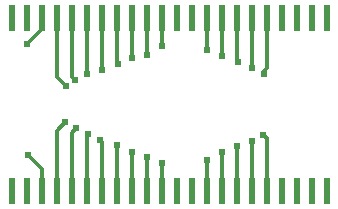
<source format=gbr>
G04 EAGLE Gerber RS-274X export*
G75*
%MOMM*%
%FSLAX34Y34*%
%LPD*%
%INBottom Copper*%
%IPPOS*%
%AMOC8*
5,1,8,0,0,1.08239X$1,22.5*%
G01*
G04 Define Apertures*
%ADD10R,0.600000X2.200000*%
%ADD11C,0.604000*%
%ADD12C,0.304800*%
%ADD13C,0.254000*%
D10*
X565150Y320300D03*
X425450Y320300D03*
X577850Y320300D03*
X552450Y320300D03*
X539750Y320300D03*
X412750Y320300D03*
X438150Y320300D03*
X450850Y320300D03*
X514350Y320300D03*
X476250Y320300D03*
X527050Y320300D03*
X501650Y320300D03*
X463550Y320300D03*
X488950Y320300D03*
X400050Y320300D03*
X387350Y320300D03*
X374650Y320300D03*
X361950Y320300D03*
X349250Y320300D03*
X336550Y320300D03*
X323850Y320300D03*
X311150Y320300D03*
X311150Y467100D03*
X323850Y467100D03*
X336550Y467100D03*
X349250Y467100D03*
X361950Y467100D03*
X374650Y467100D03*
X387350Y467100D03*
X400050Y467100D03*
X412750Y467100D03*
X425450Y467100D03*
X438150Y467100D03*
X450850Y467100D03*
X463550Y467100D03*
X476250Y467100D03*
X488950Y467100D03*
X501650Y467100D03*
X514350Y467100D03*
X527050Y467100D03*
X539750Y467100D03*
X552450Y467100D03*
X565150Y467100D03*
X577850Y467100D03*
D11*
X387350Y422910D03*
X387350Y467360D03*
D12*
X387350Y422910D01*
D11*
X356516Y378460D03*
D12*
X349250Y371194D01*
D11*
X349250Y320040D03*
D12*
X349250Y371194D01*
D11*
X365659Y373481D03*
D12*
X361950Y369772D01*
D11*
X361950Y320040D03*
D12*
X361950Y369772D01*
D11*
X375920Y368300D03*
X374650Y320040D03*
D12*
X374650Y367030D02*
X375920Y368300D01*
X374650Y367030D02*
X374650Y320040D01*
D11*
X386080Y363220D03*
D12*
X387350Y361950D01*
X387350Y320040D01*
D11*
X387350Y320040D03*
X400050Y359410D03*
D12*
X400050Y321310D01*
D11*
X412750Y353060D03*
X412750Y320040D03*
D12*
X412750Y353060D01*
D11*
X425450Y349250D03*
D12*
X425450Y320040D01*
D11*
X425450Y320040D03*
X438150Y344170D03*
D12*
X438150Y320040D01*
D11*
X438150Y320040D03*
X364566Y414096D03*
D12*
X361950Y416712D01*
D11*
X361950Y467360D03*
D12*
X361950Y416712D01*
D11*
X476250Y346840D03*
X476250Y320040D03*
D12*
X476250Y346840D01*
D11*
X374650Y419100D03*
X374650Y467360D03*
D12*
X374650Y419100D01*
D11*
X356870Y408940D03*
D12*
X349250Y416560D01*
D11*
X349250Y467360D03*
D12*
X349250Y416560D01*
D11*
X336550Y467360D03*
D12*
X336550Y457200D01*
X323850Y444500D01*
D11*
X323850Y444500D03*
X401320Y427990D03*
D12*
X400050Y429260D01*
D11*
X400050Y467360D03*
D12*
X400050Y429260D01*
D11*
X412750Y433070D03*
X412750Y467360D03*
D12*
X412750Y433070D01*
D11*
X425450Y435610D03*
X425450Y467360D03*
D12*
X425450Y435610D01*
D11*
X438150Y443230D03*
X438150Y467360D03*
D12*
X438150Y443230D01*
D11*
X325120Y350520D03*
D12*
X336550Y339090D01*
X336550Y314960D01*
D11*
X488950Y353030D03*
X488950Y320040D03*
D12*
X488950Y353030D01*
D11*
X514350Y362602D03*
X514350Y320040D03*
D12*
X514350Y362602D01*
D11*
X565150Y467360D03*
X539750Y467360D03*
X514350Y424180D03*
X514350Y467360D03*
D12*
X514350Y424180D01*
D11*
X488950Y434340D03*
D12*
X488950Y467360D01*
D11*
X488950Y467360D03*
X501650Y358030D03*
X501650Y320040D03*
D12*
X501650Y358030D01*
D11*
X523875Y368030D03*
D12*
X527050Y364855D01*
X527050Y320040D01*
D11*
X527050Y320040D03*
X552450Y467360D03*
X524510Y419100D03*
D13*
X524510Y421640D01*
D12*
X527050Y424180D01*
D11*
X527050Y467360D03*
D12*
X527050Y424180D01*
D11*
X502920Y429260D03*
D13*
X501650Y430530D01*
D12*
X501650Y467360D01*
D11*
X501650Y467360D03*
X476250Y439420D03*
D12*
X476250Y467360D01*
D11*
X476250Y467360D03*
X577850Y467360D03*
X463550Y467360D03*
X450850Y467360D03*
X323850Y467360D03*
X311150Y467360D03*
X311150Y320040D03*
X323850Y320040D03*
X336550Y320040D03*
X400050Y320040D03*
X450850Y320040D03*
X463550Y320040D03*
X539750Y320040D03*
X552450Y320040D03*
X565150Y320040D03*
X577850Y320040D03*
M02*

</source>
